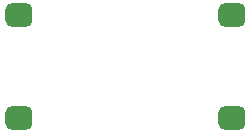
<source format=gtp>
G04 #@! TF.GenerationSoftware,KiCad,Pcbnew,8.0.9*
G04 #@! TF.CreationDate,2025-07-12T12:55:35+02:00*
G04 #@! TF.ProjectId,OBD_Circuit,4f42445f-4369-4726-9375-69742e6b6963,rev?*
G04 #@! TF.SameCoordinates,Original*
G04 #@! TF.FileFunction,Paste,Top*
G04 #@! TF.FilePolarity,Positive*
%FSLAX46Y46*%
G04 Gerber Fmt 4.6, Leading zero omitted, Abs format (unit mm)*
G04 Created by KiCad (PCBNEW 8.0.9) date 2025-07-12 12:55:35*
%MOMM*%
%LPD*%
G01*
G04 APERTURE LIST*
G04 Aperture macros list*
%AMRoundRect*
0 Rectangle with rounded corners*
0 $1 Rounding radius*
0 $2 $3 $4 $5 $6 $7 $8 $9 X,Y pos of 4 corners*
0 Add a 4 corners polygon primitive as box body*
4,1,4,$2,$3,$4,$5,$6,$7,$8,$9,$2,$3,0*
0 Add four circle primitives for the rounded corners*
1,1,$1+$1,$2,$3*
1,1,$1+$1,$4,$5*
1,1,$1+$1,$6,$7*
1,1,$1+$1,$8,$9*
0 Add four rect primitives between the rounded corners*
20,1,$1+$1,$2,$3,$4,$5,0*
20,1,$1+$1,$4,$5,$6,$7,0*
20,1,$1+$1,$6,$7,$8,$9,0*
20,1,$1+$1,$8,$9,$2,$3,0*%
G04 Aperture macros list end*
%ADD10RoundRect,0.493000X-0.650000X-0.493000X0.650000X-0.493000X0.650000X0.493000X-0.650000X0.493000X0*%
G04 APERTURE END LIST*
D10*
X144433000Y-118749000D03*
X144433000Y-110003000D03*
X162433000Y-118745000D03*
X162433000Y-109999000D03*
M02*

</source>
